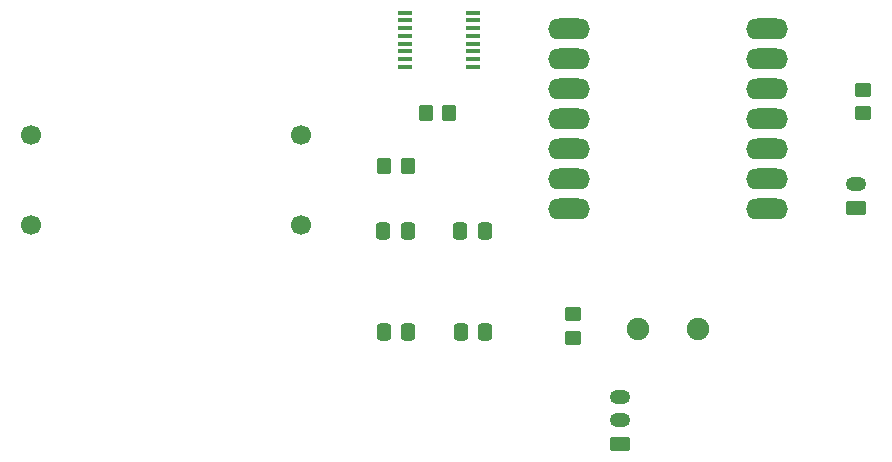
<source format=gbr>
%TF.GenerationSoftware,KiCad,Pcbnew,9.0.6*%
%TF.CreationDate,2026-02-28T12:54:14-08:00*%
%TF.ProjectId,display,64697370-6c61-4792-9e6b-696361645f70,rev?*%
%TF.SameCoordinates,Original*%
%TF.FileFunction,Soldermask,Top*%
%TF.FilePolarity,Negative*%
%FSLAX46Y46*%
G04 Gerber Fmt 4.6, Leading zero omitted, Abs format (unit mm)*
G04 Created by KiCad (PCBNEW 9.0.6) date 2026-02-28 12:54:14*
%MOMM*%
%LPD*%
G01*
G04 APERTURE LIST*
G04 Aperture macros list*
%AMRoundRect*
0 Rectangle with rounded corners*
0 $1 Rounding radius*
0 $2 $3 $4 $5 $6 $7 $8 $9 X,Y pos of 4 corners*
0 Add a 4 corners polygon primitive as box body*
4,1,4,$2,$3,$4,$5,$6,$7,$8,$9,$2,$3,0*
0 Add four circle primitives for the rounded corners*
1,1,$1+$1,$2,$3*
1,1,$1+$1,$4,$5*
1,1,$1+$1,$6,$7*
1,1,$1+$1,$8,$9*
0 Add four rect primitives between the rounded corners*
20,1,$1+$1,$2,$3,$4,$5,0*
20,1,$1+$1,$4,$5,$6,$7,0*
20,1,$1+$1,$6,$7,$8,$9,0*
20,1,$1+$1,$8,$9,$2,$3,0*%
G04 Aperture macros list end*
%ADD10O,3.556000X1.778000*%
%ADD11C,1.905000*%
%ADD12R,1.168400X0.304800*%
%ADD13RoundRect,0.250000X0.450000X-0.350000X0.450000X0.350000X-0.450000X0.350000X-0.450000X-0.350000X0*%
%ADD14RoundRect,0.250000X-0.450000X0.350000X-0.450000X-0.350000X0.450000X-0.350000X0.450000X0.350000X0*%
%ADD15RoundRect,0.250000X0.350000X0.450000X-0.350000X0.450000X-0.350000X-0.450000X0.350000X-0.450000X0*%
%ADD16RoundRect,0.250000X-0.350000X-0.450000X0.350000X-0.450000X0.350000X0.450000X-0.350000X0.450000X0*%
%ADD17C,1.700000*%
%ADD18RoundRect,0.250000X0.625000X-0.350000X0.625000X0.350000X-0.625000X0.350000X-0.625000X-0.350000X0*%
%ADD19O,1.750000X1.200000*%
%ADD20RoundRect,0.250000X0.337500X0.475000X-0.337500X0.475000X-0.337500X-0.475000X0.337500X-0.475000X0*%
%ADD21RoundRect,0.250000X-0.337500X-0.475000X0.337500X-0.475000X0.337500X0.475000X-0.337500X0.475000X0*%
G04 APERTURE END LIST*
D10*
%TO.C,U2*%
X135118000Y-82880000D03*
X135118000Y-85420000D03*
X135118000Y-87960000D03*
X135118000Y-90500000D03*
X135118000Y-93040000D03*
X135118000Y-95580000D03*
X135118000Y-98120000D03*
X151882000Y-98120000D03*
X151882000Y-95580000D03*
X151882000Y-93040000D03*
X151882000Y-90500000D03*
X151882000Y-87960000D03*
X151882000Y-85420000D03*
X151882000Y-82880000D03*
D11*
X140960000Y-108280000D03*
X146040000Y-108280000D03*
%TD*%
D12*
%TO.C,U1*%
X121259600Y-81500000D03*
X121259600Y-82149998D03*
X121259600Y-82800000D03*
X121259600Y-83449998D03*
X121259600Y-84099997D03*
X121259600Y-84749998D03*
X121259600Y-85399997D03*
X121259600Y-86049998D03*
X127000000Y-86049998D03*
X127000000Y-85400000D03*
X127000000Y-84749998D03*
X127000000Y-84100000D03*
X127000000Y-83450001D03*
X127000000Y-82800000D03*
X127000000Y-82150001D03*
X127000000Y-81500000D03*
%TD*%
D13*
%TO.C,R4*%
X160000000Y-90000000D03*
X160000000Y-88000000D03*
%TD*%
D14*
%TO.C,R3*%
X135500000Y-107000000D03*
X135500000Y-109000000D03*
%TD*%
D15*
%TO.C,R2*%
X125000000Y-90000000D03*
X123000000Y-90000000D03*
%TD*%
D16*
%TO.C,R1*%
X119500000Y-94500000D03*
X121500000Y-94500000D03*
%TD*%
D17*
%TO.C,M1*%
X89610000Y-99470000D03*
X89610000Y-91850000D03*
X112470000Y-99470000D03*
X112470000Y-91850000D03*
%TD*%
D18*
%TO.C,J2*%
X159450000Y-98000000D03*
D19*
X159450000Y-96000000D03*
%TD*%
D18*
%TO.C,J1*%
X139450000Y-118000000D03*
D19*
X139450000Y-116000000D03*
X139450000Y-114000000D03*
%TD*%
D20*
%TO.C,C4*%
X121537500Y-108500000D03*
X119462500Y-108500000D03*
%TD*%
D21*
%TO.C,C3*%
X125962500Y-108500000D03*
X128037500Y-108500000D03*
%TD*%
D20*
%TO.C,C2*%
X128000000Y-100000000D03*
X125925000Y-100000000D03*
%TD*%
%TO.C,C1*%
X121500000Y-100000000D03*
X119425000Y-100000000D03*
%TD*%
M02*

</source>
